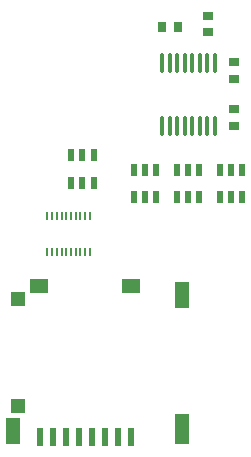
<source format=gtp>
G04 Layer: TopPasteMaskLayer*
G04 EasyEDA Pro v2.2.46.11, 2026-02-17 18:28:56*
G04 Gerber Generator version 0.3*
G04 Scale: 100 percent, Rotated: No, Reflected: No*
G04 Dimensions in millimeters*
G04 Leading zeros omitted, absolute positions, 4 integers and 5 decimals*
G04 Generated by one-click*
%FSLAX45Y45*%
%MOMM*%
%ADD10R,0.9X0.8*%
%ADD11R,0.8X0.9*%
%ADD12R,0.532X1.07201*%
%ADD13R,0.6X1.6*%
%ADD14R,1.15001X2.2*%
%ADD15R,1.15001X2.49999*%
%ADD16R,1.5036X1.15001*%
%ADD17R,1.5X1.15001*%
%ADD18R,1.15999X1.2*%
%ADD19R,1.15999X1.25001*%
%ADD20O,0.3556X1.8148*%
%ADD21O,0.35601X1.81501*%
%ADD22R,0.2X0.7*%
G75*


G04 Pad Start*
G54D10*
G01X2539989Y3356760D03*
G01X2540011Y3216760D03*
G54D11*
G01X1931520Y3652509D03*
G01X2071520Y3652531D03*
G54D10*
G01X2540011Y2820520D03*
G01X2539989Y2960520D03*
G54D12*
G01X1354836Y2568550D03*
G01X1259840Y2568550D03*
G01X1164844Y2568550D03*
G01X1164844Y2338730D03*
G01X1259840Y2338756D03*
G01X1354836Y2338730D03*
G01X1693164Y2214270D03*
G01X1788160Y2214270D03*
G01X1883156Y2214270D03*
G01X1883156Y2444090D03*
G01X1788160Y2444064D03*
G01X1693164Y2444090D03*
G01X2058924Y2214270D03*
G01X2153920Y2214270D03*
G01X2248916Y2214270D03*
G01X2248916Y2444090D03*
G01X2153920Y2444064D03*
G01X2058924Y2444090D03*
G01X2424684Y2214270D03*
G01X2519680Y2214270D03*
G01X2614676Y2214270D03*
G01X2614676Y2444090D03*
G01X2519680Y2444064D03*
G01X2424684Y2444090D03*
G54D13*
G01X1674292Y187706D03*
G01X1564310Y187706D03*
G01X1454302Y187706D03*
G01X1344295Y187706D03*
G01X1234288Y187706D03*
G01X1124306Y187731D03*
G01X1014298Y187706D03*
G01X904291Y187706D03*
G54D14*
G01X669798Y235763D03*
G54D15*
G01X2098802Y250749D03*
G54D14*
G01X2098802Y1383741D03*
G54D17*
G01X1668297Y1463243D03*
G01X890295Y1463243D03*
G54D18*
G01X710311Y1350747D03*
G54D19*
G01X710311Y450748D03*
G54D20*
G01X2378710Y3351581D03*
G54D21*
G01X2315210Y3351555D03*
G54D20*
G01X2251710Y3351581D03*
G01X2188210Y3351581D03*
G01X2124710Y3351581D03*
G01X2061210Y3351581D03*
G01X1997710Y3351581D03*
G54D21*
G01X1934210Y3351555D03*
G54D20*
G01X2378710Y2820619D03*
G01X2315210Y2820619D03*
G01X2251710Y2820619D03*
G01X2188210Y2820619D03*
G01X2124710Y2820619D03*
G01X2061210Y2820619D03*
G01X1997710Y2820619D03*
G01X1934210Y2820619D03*
G54D10*
G01X2321571Y3613000D03*
G01X2321549Y3753000D03*
G54D22*
G01X1323010Y2059000D03*
G01X1323010Y1751000D03*
G01X1283005Y2059000D03*
G01X1283005Y1751000D03*
G01X1243000Y2059000D03*
G01X1243000Y1751000D03*
G01X1202995Y2059000D03*
G01X1202995Y1751000D03*
G01X1162990Y2059000D03*
G01X1162990Y1751000D03*
G01X1123010Y2059000D03*
G01X1123010Y1751000D03*
G01X1083005Y2059000D03*
G01X1083005Y1751000D03*
G01X1043000Y2059000D03*
G01X1043000Y1751000D03*
G01X1002995Y2059000D03*
G01X1002995Y1751000D03*
G01X962990Y2059000D03*
G01X962990Y1751000D03*
G04 Pad End*

M02*


</source>
